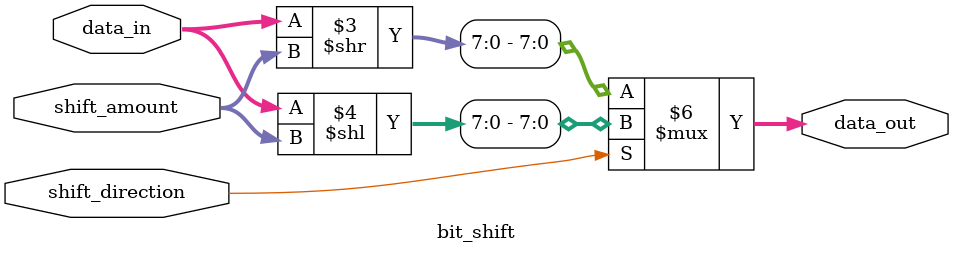
<source format=v>
module bit_shift (
    input wire [15:0] data_in,      // 16-bit input data
    input wire [2:0] shift_amount,  // Number of positions to shift (0 to 7)
    input wire shift_direction,     // 0 for right shift, 1 for left shift
    output reg [7:0] data_out      // 8-bit shifted output data
);

always @(*) begin
    if (shift_direction == 0)  // Right shift
        data_out = data_in >> shift_amount;
    else  // Left shift
        data_out = data_in << shift_amount;
end

endmodule

</source>
